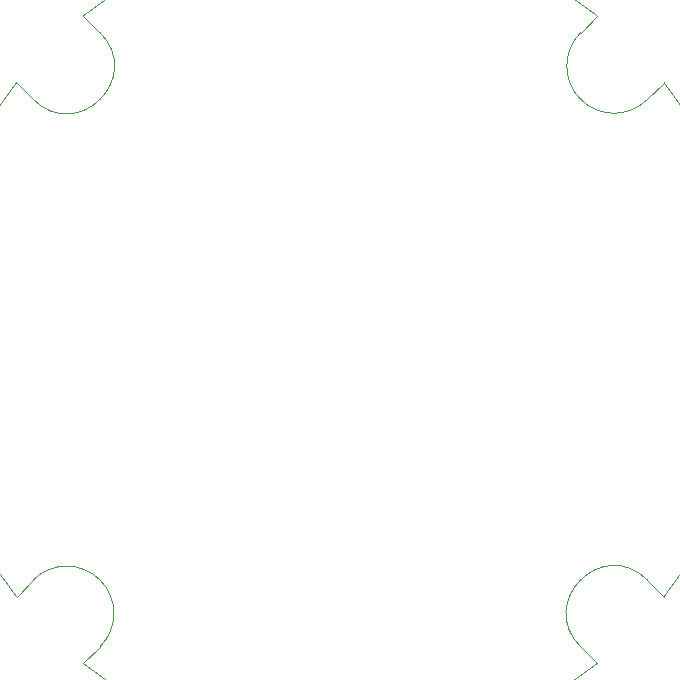
<source format=gbr>
%TF.GenerationSoftware,KiCad,Pcbnew,8.0.1*%
%TF.CreationDate,2024-06-06T10:38:12+02:00*%
%TF.ProjectId,led_strip_stand_lamp,6c65645f-7374-4726-9970-5f7374616e64,rev?*%
%TF.SameCoordinates,Original*%
%TF.FileFunction,Profile,NP*%
%FSLAX46Y46*%
G04 Gerber Fmt 4.6, Leading zero omitted, Abs format (unit mm)*
G04 Created by KiCad (PCBNEW 8.0.1) date 2024-06-06 10:38:12*
%MOMM*%
%LPD*%
G01*
G04 APERTURE LIST*
%TA.AperFunction,Profile*%
%ADD10C,0.050000*%
%TD*%
G04 APERTURE END LIST*
D10*
X-20069680Y26242296D02*
X-21483894Y27656508D01*
X26273213Y-20104764D02*
X27687426Y-21518977D01*
X-27142566Y-21516338D02*
G75*
G02*
X-27140746Y21999999I27415905J21757022D01*
G01*
X20618443Y26240212D02*
X22032655Y27654426D01*
X-25728618Y-20102680D02*
X-27142566Y-21516684D01*
X-25726535Y20585442D02*
X-27140747Y21999654D01*
X22030571Y-27175829D02*
G75*
G02*
X-21486185Y-27174010I-21757232J27416170D01*
G01*
X20616358Y-25761618D02*
X22030571Y-27175829D01*
X-20071764Y-25759535D02*
X-21485977Y-27173748D01*
X27689245Y21997363D02*
G75*
G02*
X27687425Y-21518976I-27415905J-21757023D01*
G01*
X20616358Y-25761618D02*
G75*
G02*
X26273213Y-20104764I2828431J2828424D01*
G01*
X-25728617Y-20102681D02*
G75*
G02*
X-20071765Y-25759534I2828426J-2828426D01*
G01*
X-20069680Y26242296D02*
G75*
G02*
X-25726535Y20585442I-2828428J-2828427D01*
G01*
X-21483894Y27656508D02*
G75*
G02*
X22032864Y27654689I21757233J-27416168D01*
G01*
X26275312Y20583342D02*
G75*
G02*
X20618443Y26240212I-2828512J2828358D01*
G01*
X26275296Y20583358D02*
X27689245Y21997363D01*
M02*

</source>
